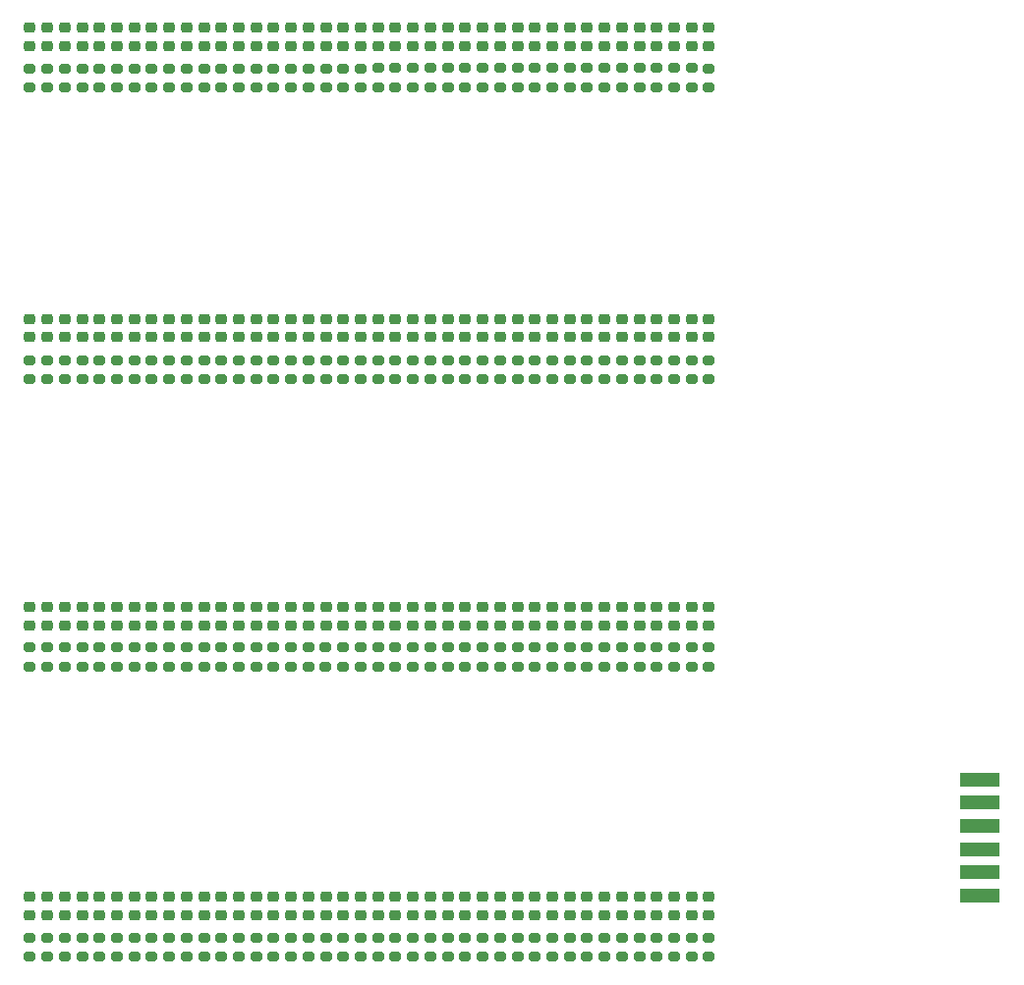
<source format=gbr>
%TF.GenerationSoftware,KiCad,Pcbnew,(6.0.5)*%
%TF.CreationDate,2022-06-09T13:10:52-04:00*%
%TF.ProjectId,32-STEPPER-DRIVER-BOARD,33322d53-5445-4505-9045-522d44524956,rev?*%
%TF.SameCoordinates,Original*%
%TF.FileFunction,Paste,Top*%
%TF.FilePolarity,Positive*%
%FSLAX46Y46*%
G04 Gerber Fmt 4.6, Leading zero omitted, Abs format (unit mm)*
G04 Created by KiCad (PCBNEW (6.0.5)) date 2022-06-09 13:10:52*
%MOMM*%
%LPD*%
G01*
G04 APERTURE LIST*
G04 Aperture macros list*
%AMRoundRect*
0 Rectangle with rounded corners*
0 $1 Rounding radius*
0 $2 $3 $4 $5 $6 $7 $8 $9 X,Y pos of 4 corners*
0 Add a 4 corners polygon primitive as box body*
4,1,4,$2,$3,$4,$5,$6,$7,$8,$9,$2,$3,0*
0 Add four circle primitives for the rounded corners*
1,1,$1+$1,$2,$3*
1,1,$1+$1,$4,$5*
1,1,$1+$1,$6,$7*
1,1,$1+$1,$8,$9*
0 Add four rect primitives between the rounded corners*
20,1,$1+$1,$2,$3,$4,$5,0*
20,1,$1+$1,$4,$5,$6,$7,0*
20,1,$1+$1,$6,$7,$8,$9,0*
20,1,$1+$1,$8,$9,$2,$3,0*%
G04 Aperture macros list end*
%ADD10RoundRect,0.218750X0.256250X-0.218750X0.256250X0.218750X-0.256250X0.218750X-0.256250X-0.218750X0*%
%ADD11RoundRect,0.200000X-0.275000X0.200000X-0.275000X-0.200000X0.275000X-0.200000X0.275000X0.200000X0*%
%ADD12R,3.500000X1.250000*%
G04 APERTURE END LIST*
D10*
%TO.C,D77*%
X74300000Y-55875000D03*
X74300000Y-54300000D03*
%TD*%
D11*
%TO.C,R146*%
X117800000Y-107652500D03*
X117800000Y-109302500D03*
%TD*%
%TO.C,R189*%
X107300000Y-107652500D03*
X107300000Y-109302500D03*
%TD*%
%TO.C,R18*%
X78800000Y-32712500D03*
X78800000Y-34362500D03*
%TD*%
%TO.C,R60*%
X93800000Y-57862500D03*
X93800000Y-59512500D03*
%TD*%
D10*
%TO.C,D153*%
X99800000Y-105715000D03*
X99800000Y-104140000D03*
%TD*%
D11*
%TO.C,R39*%
X98300000Y-32675000D03*
X98300000Y-34325000D03*
%TD*%
D10*
%TO.C,D31*%
X80300000Y-30787500D03*
X80300000Y-29212500D03*
%TD*%
D12*
%TO.C,J6*%
X145650000Y-104000000D03*
X145650000Y-102000000D03*
X145650000Y-100000000D03*
X145650000Y-98000000D03*
X145650000Y-96000000D03*
X145650000Y-94000000D03*
%TD*%
D11*
%TO.C,R93*%
X113300000Y-57862500D03*
X113300000Y-59512500D03*
%TD*%
D10*
%TO.C,D183*%
X92300000Y-105715000D03*
X92300000Y-104140000D03*
%TD*%
D11*
%TO.C,R76*%
X71300000Y-57862500D03*
X71300000Y-59512500D03*
%TD*%
%TO.C,R90*%
X107300000Y-57862500D03*
X107300000Y-59512500D03*
%TD*%
D10*
%TO.C,D150*%
X108800000Y-105715000D03*
X108800000Y-104140000D03*
%TD*%
D11*
%TO.C,R79*%
X80300000Y-57862500D03*
X80300000Y-59512500D03*
%TD*%
%TO.C,R7*%
X105800000Y-32675000D03*
X105800000Y-34325000D03*
%TD*%
D10*
%TO.C,D79*%
X80300000Y-55875000D03*
X80300000Y-54300000D03*
%TD*%
D11*
%TO.C,R55*%
X105800000Y-57862500D03*
X105800000Y-59512500D03*
%TD*%
%TO.C,R66*%
X78800000Y-57862500D03*
X78800000Y-59512500D03*
%TD*%
%TO.C,R181*%
X86300000Y-107652500D03*
X86300000Y-109302500D03*
%TD*%
D10*
%TO.C,D83*%
X89300000Y-55875000D03*
X89300000Y-54300000D03*
%TD*%
%TO.C,D30*%
X77300000Y-30787500D03*
X77300000Y-29212500D03*
%TD*%
%TO.C,D175*%
X71300000Y-105715000D03*
X71300000Y-104140000D03*
%TD*%
D11*
%TO.C,R13*%
X90800000Y-32712500D03*
X90800000Y-34362500D03*
%TD*%
%TO.C,R28*%
X71300000Y-32712500D03*
X71300000Y-34362500D03*
%TD*%
D10*
%TO.C,D18*%
X78800000Y-30787500D03*
X78800000Y-29212500D03*
%TD*%
%TO.C,D189*%
X107300000Y-105715000D03*
X107300000Y-104140000D03*
%TD*%
D11*
%TO.C,R144*%
X122300000Y-82633500D03*
X122300000Y-84283500D03*
%TD*%
%TO.C,R129*%
X83300000Y-82633500D03*
X83300000Y-84283500D03*
%TD*%
%TO.C,R131*%
X89281000Y-82633500D03*
X89281000Y-84283500D03*
%TD*%
%TO.C,R183*%
X92300000Y-107652500D03*
X92300000Y-109302500D03*
%TD*%
D10*
%TO.C,D110*%
X87800000Y-80696000D03*
X87800000Y-79121000D03*
%TD*%
%TO.C,D182*%
X89300000Y-105715000D03*
X89300000Y-104140000D03*
%TD*%
D11*
%TO.C,R75*%
X68300000Y-57862500D03*
X68300000Y-59512500D03*
%TD*%
%TO.C,R145*%
X120800000Y-107652500D03*
X120800000Y-109302500D03*
%TD*%
D10*
%TO.C,D51*%
X114800000Y-55875000D03*
X114800000Y-54300000D03*
%TD*%
D11*
%TO.C,R70*%
X66800000Y-57862500D03*
X66800000Y-59512500D03*
%TD*%
D10*
%TO.C,D56*%
X102800000Y-55875000D03*
X102800000Y-54300000D03*
%TD*%
%TO.C,D43*%
X110300000Y-30787500D03*
X110300000Y-29212500D03*
%TD*%
%TO.C,D21*%
X69800000Y-30787500D03*
X69800000Y-29212500D03*
%TD*%
%TO.C,D145*%
X120800000Y-105715000D03*
X120800000Y-104140000D03*
%TD*%
D11*
%TO.C,R158*%
X87800000Y-107652500D03*
X87800000Y-109302500D03*
%TD*%
D10*
%TO.C,D171*%
X119300000Y-105715000D03*
X119300000Y-104140000D03*
%TD*%
%TO.C,D109*%
X90800000Y-80696000D03*
X90800000Y-79121000D03*
%TD*%
%TO.C,D147*%
X114800000Y-105715000D03*
X114800000Y-104140000D03*
%TD*%
D11*
%TO.C,R141*%
X113300000Y-82633500D03*
X113300000Y-84283500D03*
%TD*%
D10*
%TO.C,D8*%
X102800000Y-30787500D03*
X102800000Y-29212500D03*
%TD*%
%TO.C,D106*%
X96800000Y-80696000D03*
X96800000Y-79121000D03*
%TD*%
%TO.C,D33*%
X83300000Y-30787500D03*
X83300000Y-29212500D03*
%TD*%
D11*
%TO.C,R40*%
X101300000Y-32675000D03*
X101300000Y-34325000D03*
%TD*%
%TO.C,R31*%
X80300000Y-32712500D03*
X80300000Y-34362500D03*
%TD*%
%TO.C,R63*%
X84800000Y-57862500D03*
X84800000Y-59512500D03*
%TD*%
D10*
%TO.C,D34*%
X86300000Y-30787500D03*
X86300000Y-29212500D03*
%TD*%
D11*
%TO.C,R116*%
X72800000Y-82633500D03*
X72800000Y-84283500D03*
%TD*%
D10*
%TO.C,D105*%
X99800000Y-80696000D03*
X99800000Y-79121000D03*
%TD*%
D11*
%TO.C,R143*%
X119300000Y-82633500D03*
X119300000Y-84283500D03*
%TD*%
%TO.C,R124*%
X71300000Y-82633500D03*
X71300000Y-84283500D03*
%TD*%
%TO.C,R57*%
X99800000Y-57862500D03*
X99800000Y-59512500D03*
%TD*%
D10*
%TO.C,D146*%
X117800000Y-105715000D03*
X117800000Y-104140000D03*
%TD*%
%TO.C,D25*%
X65300000Y-30787500D03*
X65300000Y-29212500D03*
%TD*%
%TO.C,D169*%
X65300000Y-105715000D03*
X65300000Y-104140000D03*
%TD*%
%TO.C,D58*%
X96800000Y-55875000D03*
X96800000Y-54300000D03*
%TD*%
D11*
%TO.C,R138*%
X107300000Y-82633500D03*
X107300000Y-84283500D03*
%TD*%
%TO.C,R47*%
X119300000Y-32675000D03*
X119300000Y-34325000D03*
%TD*%
%TO.C,R174*%
X68300000Y-107652500D03*
X68300000Y-109302500D03*
%TD*%
%TO.C,R2*%
X117800000Y-32675000D03*
X117800000Y-34325000D03*
%TD*%
D10*
%TO.C,D117*%
X69800000Y-80696000D03*
X69800000Y-79121000D03*
%TD*%
%TO.C,D139*%
X110300000Y-80696000D03*
X110300000Y-79121000D03*
%TD*%
D11*
%TO.C,R154*%
X96774000Y-107652500D03*
X96774000Y-109302500D03*
%TD*%
%TO.C,R36*%
X92300000Y-32712500D03*
X92300000Y-34362500D03*
%TD*%
D10*
%TO.C,D2*%
X117800000Y-30787500D03*
X117800000Y-29212500D03*
%TD*%
D11*
%TO.C,R9*%
X99800000Y-32675000D03*
X99800000Y-34325000D03*
%TD*%
D10*
%TO.C,D131*%
X89300000Y-80696000D03*
X89300000Y-79121000D03*
%TD*%
D11*
%TO.C,R132*%
X92300000Y-82633500D03*
X92300000Y-84283500D03*
%TD*%
D10*
%TO.C,D15*%
X84800000Y-30787500D03*
X84800000Y-29212500D03*
%TD*%
%TO.C,D28*%
X71300000Y-30787500D03*
X71300000Y-29212500D03*
%TD*%
%TO.C,D81*%
X83300000Y-55875000D03*
X83300000Y-54300000D03*
%TD*%
%TO.C,D14*%
X87800000Y-30787500D03*
X87800000Y-29212500D03*
%TD*%
D11*
%TO.C,R50*%
X117800000Y-57862500D03*
X117800000Y-59512500D03*
%TD*%
%TO.C,R4*%
X111800000Y-32675000D03*
X111800000Y-34325000D03*
%TD*%
D10*
%TO.C,D57*%
X99800000Y-55875000D03*
X99800000Y-54300000D03*
%TD*%
D11*
%TO.C,R83*%
X89300000Y-57862500D03*
X89300000Y-59512500D03*
%TD*%
%TO.C,R135*%
X98300000Y-82633500D03*
X98300000Y-84283500D03*
%TD*%
D10*
%TO.C,D157*%
X90800000Y-105715000D03*
X90800000Y-104140000D03*
%TD*%
D11*
%TO.C,R109*%
X90800000Y-82633500D03*
X90800000Y-84283500D03*
%TD*%
%TO.C,R111*%
X84800000Y-82633500D03*
X84800000Y-84283500D03*
%TD*%
%TO.C,R45*%
X113300000Y-32675000D03*
X113300000Y-34325000D03*
%TD*%
%TO.C,R142*%
X116300000Y-82633500D03*
X116300000Y-84283500D03*
%TD*%
D10*
%TO.C,D3*%
X114800000Y-30787500D03*
X114800000Y-29212500D03*
%TD*%
%TO.C,D96*%
X122300000Y-55875000D03*
X122300000Y-54300000D03*
%TD*%
D11*
%TO.C,R34*%
X86300000Y-32712500D03*
X86300000Y-34362500D03*
%TD*%
D10*
%TO.C,D88*%
X101300000Y-55875000D03*
X101300000Y-54300000D03*
%TD*%
D11*
%TO.C,R171*%
X119300000Y-107652500D03*
X119300000Y-109302500D03*
%TD*%
%TO.C,R157*%
X90800000Y-107652500D03*
X90800000Y-109302500D03*
%TD*%
D10*
%TO.C,D19*%
X75800000Y-30787500D03*
X75800000Y-29212500D03*
%TD*%
D11*
%TO.C,R24*%
X63800000Y-32712500D03*
X63800000Y-34362500D03*
%TD*%
D10*
%TO.C,D158*%
X87800000Y-105715000D03*
X87800000Y-104140000D03*
%TD*%
D11*
%TO.C,R21*%
X69800000Y-32712500D03*
X69800000Y-34362500D03*
%TD*%
%TO.C,R49*%
X120800000Y-57862500D03*
X120800000Y-59512500D03*
%TD*%
%TO.C,R46*%
X116300000Y-32675000D03*
X116300000Y-34325000D03*
%TD*%
%TO.C,R82*%
X86300000Y-57862500D03*
X86300000Y-59512500D03*
%TD*%
%TO.C,R91*%
X110300000Y-57862500D03*
X110300000Y-59512500D03*
%TD*%
D10*
%TO.C,D156*%
X93800000Y-105715000D03*
X93800000Y-104140000D03*
%TD*%
%TO.C,D111*%
X84800000Y-80696000D03*
X84800000Y-79121000D03*
%TD*%
%TO.C,D143*%
X119300000Y-80746000D03*
X119300000Y-79171000D03*
%TD*%
%TO.C,D172*%
X122300000Y-105715000D03*
X122300000Y-104140000D03*
%TD*%
%TO.C,D159*%
X84800000Y-105715000D03*
X84800000Y-104140000D03*
%TD*%
%TO.C,D39*%
X98300000Y-30787500D03*
X98300000Y-29212500D03*
%TD*%
%TO.C,D181*%
X86300000Y-105715000D03*
X86300000Y-104140000D03*
%TD*%
%TO.C,D141*%
X113300000Y-80746000D03*
X113300000Y-79171000D03*
%TD*%
%TO.C,D67*%
X75800000Y-55875000D03*
X75800000Y-54300000D03*
%TD*%
%TO.C,D166*%
X66800000Y-105715000D03*
X66800000Y-104140000D03*
%TD*%
D11*
%TO.C,R22*%
X66800000Y-32712500D03*
X66800000Y-34362500D03*
%TD*%
D10*
%TO.C,D164*%
X72800000Y-105715000D03*
X72800000Y-104140000D03*
%TD*%
%TO.C,D178*%
X80300000Y-105715000D03*
X80300000Y-104140000D03*
%TD*%
%TO.C,D35*%
X89300000Y-30787500D03*
X89300000Y-29212500D03*
%TD*%
%TO.C,D60*%
X93800000Y-55875000D03*
X93800000Y-54300000D03*
%TD*%
D11*
%TO.C,R190*%
X110300000Y-107652500D03*
X110300000Y-109302500D03*
%TD*%
D10*
%TO.C,D84*%
X92300000Y-55875000D03*
X92300000Y-54300000D03*
%TD*%
D11*
%TO.C,R120*%
X63800000Y-82633500D03*
X63800000Y-84283500D03*
%TD*%
%TO.C,R3*%
X114800000Y-32675000D03*
X114800000Y-34325000D03*
%TD*%
D10*
%TO.C,D85*%
X95300000Y-55875000D03*
X95300000Y-54300000D03*
%TD*%
%TO.C,D61*%
X90800000Y-55875000D03*
X90800000Y-54300000D03*
%TD*%
D11*
%TO.C,R156*%
X93800000Y-107652500D03*
X93800000Y-109302500D03*
%TD*%
D10*
%TO.C,D192*%
X113300000Y-105715000D03*
X113300000Y-104140000D03*
%TD*%
%TO.C,D47*%
X119300000Y-30787500D03*
X119300000Y-29212500D03*
%TD*%
%TO.C,D118*%
X66800000Y-80696000D03*
X66800000Y-79121000D03*
%TD*%
%TO.C,D82*%
X86300000Y-55875000D03*
X86300000Y-54300000D03*
%TD*%
D11*
%TO.C,R27*%
X68300000Y-32712500D03*
X68300000Y-34362500D03*
%TD*%
%TO.C,R164*%
X72800000Y-107652500D03*
X72800000Y-109302500D03*
%TD*%
D10*
%TO.C,D123*%
X68300000Y-80696000D03*
X68300000Y-79121000D03*
%TD*%
D11*
%TO.C,R139*%
X110300000Y-82633500D03*
X110300000Y-84283500D03*
%TD*%
%TO.C,R58*%
X96800000Y-57862500D03*
X96800000Y-59512500D03*
%TD*%
%TO.C,R106*%
X96800000Y-82633500D03*
X96800000Y-84283500D03*
%TD*%
%TO.C,R121*%
X65300000Y-82633500D03*
X65300000Y-84283500D03*
%TD*%
%TO.C,R54*%
X108800000Y-57862500D03*
X108800000Y-59512500D03*
%TD*%
%TO.C,R20*%
X72800000Y-32712500D03*
X72800000Y-34362500D03*
%TD*%
%TO.C,R166*%
X66800000Y-107652500D03*
X66800000Y-109302500D03*
%TD*%
%TO.C,R108*%
X93800000Y-82633500D03*
X93800000Y-84283500D03*
%TD*%
D10*
%TO.C,D54*%
X108800000Y-55875000D03*
X108800000Y-54300000D03*
%TD*%
D11*
%TO.C,R64*%
X81800000Y-57862500D03*
X81800000Y-59512500D03*
%TD*%
%TO.C,R29*%
X74300000Y-32712500D03*
X74300000Y-34362500D03*
%TD*%
D10*
%TO.C,D46*%
X116300000Y-30787500D03*
X116300000Y-29212500D03*
%TD*%
D11*
%TO.C,R37*%
X95300000Y-32675000D03*
X95300000Y-34325000D03*
%TD*%
D10*
%TO.C,D115*%
X75800000Y-80696000D03*
X75800000Y-79121000D03*
%TD*%
D11*
%TO.C,R69*%
X69800000Y-57862500D03*
X69800000Y-59512500D03*
%TD*%
%TO.C,R15*%
X84800000Y-32712500D03*
X84800000Y-34362500D03*
%TD*%
D10*
%TO.C,D136*%
X101300000Y-80696000D03*
X101300000Y-79121000D03*
%TD*%
%TO.C,D124*%
X71300000Y-80696000D03*
X71300000Y-79121000D03*
%TD*%
%TO.C,D10*%
X96800000Y-30787500D03*
X96800000Y-29212500D03*
%TD*%
%TO.C,D1*%
X120800000Y-30787500D03*
X120800000Y-29212500D03*
%TD*%
%TO.C,D9*%
X99800000Y-30787500D03*
X99800000Y-29212500D03*
%TD*%
D11*
%TO.C,R30*%
X77300000Y-32712500D03*
X77300000Y-34362500D03*
%TD*%
D10*
%TO.C,D162*%
X78800000Y-105715000D03*
X78800000Y-104140000D03*
%TD*%
%TO.C,D142*%
X116300000Y-80746000D03*
X116300000Y-79171000D03*
%TD*%
%TO.C,D138*%
X107300000Y-80696000D03*
X107300000Y-79121000D03*
%TD*%
%TO.C,D89*%
X104300000Y-55875000D03*
X104300000Y-54300000D03*
%TD*%
%TO.C,D125*%
X74300000Y-80696000D03*
X74300000Y-79121000D03*
%TD*%
%TO.C,D52*%
X111800000Y-55875000D03*
X111800000Y-54300000D03*
%TD*%
D11*
%TO.C,R94*%
X116300000Y-57862500D03*
X116300000Y-59512500D03*
%TD*%
D10*
%TO.C,D64*%
X81800000Y-55875000D03*
X81800000Y-54300000D03*
%TD*%
%TO.C,D41*%
X104300000Y-30787500D03*
X104300000Y-29212500D03*
%TD*%
D11*
%TO.C,R112*%
X81800000Y-82633500D03*
X81800000Y-84283500D03*
%TD*%
%TO.C,R6*%
X108800000Y-32675000D03*
X108800000Y-34325000D03*
%TD*%
%TO.C,R97*%
X120800000Y-82633500D03*
X120800000Y-84283500D03*
%TD*%
%TO.C,R51*%
X114800000Y-57862500D03*
X114800000Y-59512500D03*
%TD*%
D10*
%TO.C,D144*%
X122300000Y-80746000D03*
X122300000Y-79171000D03*
%TD*%
D11*
%TO.C,R133*%
X95300000Y-82633500D03*
X95300000Y-84283500D03*
%TD*%
%TO.C,R186*%
X98298000Y-107652500D03*
X98298000Y-109302500D03*
%TD*%
%TO.C,R172*%
X122300000Y-107652500D03*
X122300000Y-109302500D03*
%TD*%
D10*
%TO.C,D151*%
X105800000Y-105715000D03*
X105800000Y-104140000D03*
%TD*%
D11*
%TO.C,R137*%
X104300000Y-82633500D03*
X104300000Y-84283500D03*
%TD*%
D10*
%TO.C,D66*%
X78800000Y-55875000D03*
X78800000Y-54300000D03*
%TD*%
D11*
%TO.C,R14*%
X87800000Y-32712500D03*
X87800000Y-34362500D03*
%TD*%
%TO.C,R117*%
X69800000Y-82633500D03*
X69800000Y-84283500D03*
%TD*%
%TO.C,R96*%
X122300000Y-57862500D03*
X122300000Y-59512500D03*
%TD*%
D10*
%TO.C,D132*%
X92300000Y-80696000D03*
X92300000Y-79121000D03*
%TD*%
D11*
%TO.C,R73*%
X65300000Y-57862500D03*
X65300000Y-59512500D03*
%TD*%
D10*
%TO.C,D29*%
X74300000Y-30787500D03*
X74300000Y-29212500D03*
%TD*%
D11*
%TO.C,R10*%
X96800000Y-32675000D03*
X96800000Y-34325000D03*
%TD*%
%TO.C,R35*%
X89300000Y-32712500D03*
X89300000Y-34362500D03*
%TD*%
D10*
%TO.C,D177*%
X77300000Y-105715000D03*
X77300000Y-104140000D03*
%TD*%
%TO.C,D6*%
X108800000Y-30787500D03*
X108800000Y-29212500D03*
%TD*%
%TO.C,D75*%
X68300000Y-55875000D03*
X68300000Y-54300000D03*
%TD*%
D11*
%TO.C,R177*%
X77300000Y-107652500D03*
X77300000Y-109302500D03*
%TD*%
D10*
%TO.C,D16*%
X81800000Y-30787500D03*
X81800000Y-29212500D03*
%TD*%
D11*
%TO.C,R148*%
X111800000Y-107652500D03*
X111800000Y-109302500D03*
%TD*%
%TO.C,R153*%
X99800000Y-107652500D03*
X99800000Y-109302500D03*
%TD*%
D10*
%TO.C,D63*%
X84800000Y-55875000D03*
X84800000Y-54300000D03*
%TD*%
%TO.C,D165*%
X69800000Y-105715000D03*
X69800000Y-104140000D03*
%TD*%
%TO.C,D76*%
X71300000Y-55875000D03*
X71300000Y-54300000D03*
%TD*%
D11*
%TO.C,R99*%
X114800000Y-82633500D03*
X114800000Y-84283500D03*
%TD*%
%TO.C,R102*%
X108800000Y-82633500D03*
X108800000Y-84283500D03*
%TD*%
D10*
%TO.C,D72*%
X63800000Y-55875000D03*
X63800000Y-54300000D03*
%TD*%
%TO.C,D100*%
X111800000Y-80746000D03*
X111800000Y-79171000D03*
%TD*%
D11*
%TO.C,R67*%
X75800000Y-57862500D03*
X75800000Y-59512500D03*
%TD*%
%TO.C,R147*%
X114800000Y-107652500D03*
X114800000Y-109302500D03*
%TD*%
%TO.C,R176*%
X74300000Y-107652500D03*
X74300000Y-109302500D03*
%TD*%
D10*
%TO.C,D7*%
X105800000Y-30787500D03*
X105800000Y-29212500D03*
%TD*%
D11*
%TO.C,R184*%
X95300000Y-107652500D03*
X95300000Y-109302500D03*
%TD*%
D10*
%TO.C,D129*%
X83300000Y-80696000D03*
X83300000Y-79121000D03*
%TD*%
%TO.C,D45*%
X113300000Y-30787500D03*
X113300000Y-29212500D03*
%TD*%
%TO.C,D187*%
X101300000Y-105715000D03*
X101300000Y-104140000D03*
%TD*%
%TO.C,D95*%
X119300000Y-55875000D03*
X119300000Y-54300000D03*
%TD*%
%TO.C,D36*%
X92300000Y-30787500D03*
X92300000Y-29212500D03*
%TD*%
%TO.C,D98*%
X117800000Y-80746000D03*
X117800000Y-79171000D03*
%TD*%
%TO.C,D102*%
X108800000Y-80696000D03*
X108800000Y-79121000D03*
%TD*%
D11*
%TO.C,R163*%
X75800000Y-107652500D03*
X75800000Y-109302500D03*
%TD*%
%TO.C,R118*%
X66800000Y-82633500D03*
X66800000Y-84283500D03*
%TD*%
%TO.C,R61*%
X90800000Y-57862500D03*
X90800000Y-59512500D03*
%TD*%
D10*
%TO.C,D114*%
X78800000Y-80696000D03*
X78800000Y-79121000D03*
%TD*%
D11*
%TO.C,R87*%
X98300000Y-57862500D03*
X98300000Y-59512500D03*
%TD*%
D10*
%TO.C,D112*%
X81800000Y-80696000D03*
X81800000Y-79121000D03*
%TD*%
D11*
%TO.C,R162*%
X78800000Y-107652500D03*
X78800000Y-109302500D03*
%TD*%
D10*
%TO.C,D62*%
X87800000Y-55875000D03*
X87800000Y-54300000D03*
%TD*%
D11*
%TO.C,R1*%
X120800000Y-32675000D03*
X120800000Y-34325000D03*
%TD*%
D10*
%TO.C,D22*%
X66800000Y-30787500D03*
X66800000Y-29212500D03*
%TD*%
%TO.C,D130*%
X86300000Y-80696000D03*
X86300000Y-79121000D03*
%TD*%
%TO.C,D20*%
X72800000Y-30787500D03*
X72800000Y-29212500D03*
%TD*%
%TO.C,D87*%
X98300000Y-55875000D03*
X98300000Y-54300000D03*
%TD*%
D11*
%TO.C,R62*%
X87800000Y-57862500D03*
X87800000Y-59512500D03*
%TD*%
D10*
%TO.C,D108*%
X93800000Y-80696000D03*
X93800000Y-79121000D03*
%TD*%
%TO.C,D68*%
X72800000Y-55875000D03*
X72800000Y-54300000D03*
%TD*%
%TO.C,D137*%
X104300000Y-80696000D03*
X104300000Y-79121000D03*
%TD*%
%TO.C,D186*%
X98300000Y-105715000D03*
X98300000Y-104140000D03*
%TD*%
D11*
%TO.C,R84*%
X92300000Y-57862500D03*
X92300000Y-59512500D03*
%TD*%
D10*
%TO.C,D4*%
X111800000Y-30787500D03*
X111800000Y-29212500D03*
%TD*%
D11*
%TO.C,R81*%
X83300000Y-57862500D03*
X83300000Y-59512500D03*
%TD*%
%TO.C,R19*%
X75800000Y-32712500D03*
X75800000Y-34362500D03*
%TD*%
%TO.C,R12*%
X93800000Y-32675000D03*
X93800000Y-34325000D03*
%TD*%
%TO.C,R88*%
X101300000Y-57862500D03*
X101300000Y-59512500D03*
%TD*%
%TO.C,R72*%
X63800000Y-57862500D03*
X63800000Y-59512500D03*
%TD*%
%TO.C,R168*%
X63800000Y-107652500D03*
X63800000Y-109302500D03*
%TD*%
D10*
%TO.C,D73*%
X65300000Y-55875000D03*
X65300000Y-54300000D03*
%TD*%
%TO.C,D97*%
X120800000Y-80746000D03*
X120800000Y-79171000D03*
%TD*%
D11*
%TO.C,R182*%
X89300000Y-107652500D03*
X89300000Y-109302500D03*
%TD*%
D10*
%TO.C,D176*%
X74300000Y-105715000D03*
X74300000Y-104140000D03*
%TD*%
D11*
%TO.C,R42*%
X107300000Y-32675000D03*
X107300000Y-34325000D03*
%TD*%
D10*
%TO.C,D168*%
X63800000Y-105715000D03*
X63800000Y-104140000D03*
%TD*%
%TO.C,D152*%
X102800000Y-105715000D03*
X102800000Y-104140000D03*
%TD*%
%TO.C,D12*%
X93800000Y-30787500D03*
X93800000Y-29212500D03*
%TD*%
D11*
%TO.C,R48*%
X122300000Y-32712500D03*
X122300000Y-34362500D03*
%TD*%
%TO.C,R98*%
X117800000Y-82633500D03*
X117800000Y-84283500D03*
%TD*%
%TO.C,R187*%
X101300000Y-107652500D03*
X101300000Y-109302500D03*
%TD*%
%TO.C,R130*%
X86300000Y-82633500D03*
X86300000Y-84283500D03*
%TD*%
D10*
%TO.C,D126*%
X77300000Y-80696000D03*
X77300000Y-79121000D03*
%TD*%
D11*
%TO.C,R126*%
X77300000Y-82633500D03*
X77300000Y-84283500D03*
%TD*%
%TO.C,R160*%
X81800000Y-107652500D03*
X81800000Y-109302500D03*
%TD*%
%TO.C,R125*%
X74300000Y-82633500D03*
X74300000Y-84283500D03*
%TD*%
%TO.C,R77*%
X74300000Y-57862500D03*
X74300000Y-59512500D03*
%TD*%
%TO.C,R33*%
X83300000Y-32712500D03*
X83300000Y-34362500D03*
%TD*%
%TO.C,R8*%
X102800000Y-32675000D03*
X102800000Y-34325000D03*
%TD*%
D10*
%TO.C,D70*%
X66800000Y-55875000D03*
X66800000Y-54300000D03*
%TD*%
D11*
%TO.C,R103*%
X105800000Y-82633500D03*
X105800000Y-84283500D03*
%TD*%
%TO.C,R16*%
X81800000Y-32712500D03*
X81800000Y-34362500D03*
%TD*%
D10*
%TO.C,D42*%
X107300000Y-30787500D03*
X107300000Y-29212500D03*
%TD*%
%TO.C,D120*%
X63800000Y-80696000D03*
X63800000Y-79121000D03*
%TD*%
D11*
%TO.C,R188*%
X104300000Y-107652500D03*
X104300000Y-109302500D03*
%TD*%
%TO.C,R105*%
X99800000Y-82633500D03*
X99800000Y-84283500D03*
%TD*%
%TO.C,R127*%
X80300000Y-82633500D03*
X80300000Y-84283500D03*
%TD*%
D10*
%TO.C,D13*%
X90800000Y-30787500D03*
X90800000Y-29212500D03*
%TD*%
D11*
%TO.C,R150*%
X108800000Y-107652500D03*
X108800000Y-109302500D03*
%TD*%
%TO.C,R114*%
X78800000Y-82633500D03*
X78800000Y-84283500D03*
%TD*%
%TO.C,R152*%
X102800000Y-107652500D03*
X102800000Y-109302500D03*
%TD*%
D10*
%TO.C,D49*%
X120800000Y-55875000D03*
X120800000Y-54300000D03*
%TD*%
D11*
%TO.C,R169*%
X65300000Y-107652500D03*
X65300000Y-109302500D03*
%TD*%
D10*
%TO.C,D99*%
X114800000Y-80746000D03*
X114800000Y-79171000D03*
%TD*%
%TO.C,D69*%
X69800000Y-55875000D03*
X69800000Y-54300000D03*
%TD*%
D11*
%TO.C,R100*%
X111800000Y-82633500D03*
X111800000Y-84283500D03*
%TD*%
D10*
%TO.C,D133*%
X95300000Y-80696000D03*
X95300000Y-79121000D03*
%TD*%
%TO.C,D148*%
X111800000Y-105715000D03*
X111800000Y-104140000D03*
%TD*%
%TO.C,D135*%
X98300000Y-80696000D03*
X98300000Y-79121000D03*
%TD*%
D11*
%TO.C,R115*%
X75800000Y-82633500D03*
X75800000Y-84283500D03*
%TD*%
D10*
%TO.C,D163*%
X75800000Y-105715000D03*
X75800000Y-104140000D03*
%TD*%
D11*
%TO.C,R52*%
X111800000Y-57862500D03*
X111800000Y-59512500D03*
%TD*%
%TO.C,R170*%
X116300000Y-107652500D03*
X116300000Y-109302500D03*
%TD*%
%TO.C,R95*%
X119300000Y-57862500D03*
X119300000Y-59512500D03*
%TD*%
%TO.C,R165*%
X69773800Y-107652500D03*
X69773800Y-109302500D03*
%TD*%
%TO.C,R85*%
X95300000Y-57862500D03*
X95300000Y-59512500D03*
%TD*%
D10*
%TO.C,D78*%
X77300000Y-55875000D03*
X77300000Y-54300000D03*
%TD*%
D11*
%TO.C,R104*%
X102800000Y-82633500D03*
X102800000Y-84283500D03*
%TD*%
%TO.C,R41*%
X104300000Y-32675000D03*
X104300000Y-34325000D03*
%TD*%
%TO.C,R43*%
X110300000Y-32675000D03*
X110300000Y-34325000D03*
%TD*%
D10*
%TO.C,D154*%
X96800000Y-105715000D03*
X96800000Y-104140000D03*
%TD*%
%TO.C,D48*%
X122300000Y-30787500D03*
X122300000Y-29212500D03*
%TD*%
%TO.C,D121*%
X65300000Y-80696000D03*
X65300000Y-79121000D03*
%TD*%
D11*
%TO.C,R89*%
X104300000Y-57862500D03*
X104300000Y-59512500D03*
%TD*%
D10*
%TO.C,D188*%
X104300000Y-105715000D03*
X104300000Y-104140000D03*
%TD*%
%TO.C,D24*%
X63800000Y-30787500D03*
X63800000Y-29212500D03*
%TD*%
D11*
%TO.C,R136*%
X101300000Y-82633500D03*
X101300000Y-84283500D03*
%TD*%
D10*
%TO.C,D55*%
X105800000Y-55875000D03*
X105800000Y-54300000D03*
%TD*%
%TO.C,D103*%
X105800000Y-80696000D03*
X105800000Y-79121000D03*
%TD*%
%TO.C,D127*%
X80300000Y-80696000D03*
X80300000Y-79121000D03*
%TD*%
%TO.C,D116*%
X72800000Y-80696000D03*
X72800000Y-79121000D03*
%TD*%
D11*
%TO.C,R151*%
X105800000Y-107652500D03*
X105800000Y-109302500D03*
%TD*%
D10*
%TO.C,D180*%
X83300000Y-105715000D03*
X83300000Y-104140000D03*
%TD*%
%TO.C,D190*%
X110300000Y-105715000D03*
X110300000Y-104140000D03*
%TD*%
%TO.C,D40*%
X101300000Y-30787500D03*
X101300000Y-29212500D03*
%TD*%
D11*
%TO.C,R178*%
X80300000Y-107652500D03*
X80300000Y-109302500D03*
%TD*%
%TO.C,R68*%
X72800000Y-57862500D03*
X72800000Y-59512500D03*
%TD*%
D10*
%TO.C,D104*%
X102800000Y-80696000D03*
X102800000Y-79121000D03*
%TD*%
%TO.C,D37*%
X95300000Y-30787500D03*
X95300000Y-29212500D03*
%TD*%
%TO.C,D50*%
X117800000Y-55875000D03*
X117800000Y-54300000D03*
%TD*%
D11*
%TO.C,R110*%
X87800000Y-82633500D03*
X87800000Y-84283500D03*
%TD*%
%TO.C,R175*%
X71297800Y-107652500D03*
X71297800Y-109302500D03*
%TD*%
D10*
%TO.C,D94*%
X116300000Y-55875000D03*
X116300000Y-54300000D03*
%TD*%
%TO.C,D27*%
X68300000Y-30787500D03*
X68300000Y-29212500D03*
%TD*%
D11*
%TO.C,R25*%
X65300000Y-32712500D03*
X65300000Y-34362500D03*
%TD*%
%TO.C,R180*%
X83300000Y-107652500D03*
X83300000Y-109302500D03*
%TD*%
%TO.C,R123*%
X68300000Y-82633500D03*
X68300000Y-84283500D03*
%TD*%
D10*
%TO.C,D170*%
X116300000Y-105715000D03*
X116300000Y-104140000D03*
%TD*%
D11*
%TO.C,R78*%
X77300000Y-57862500D03*
X77300000Y-59512500D03*
%TD*%
D10*
%TO.C,D184*%
X95300000Y-105715000D03*
X95300000Y-104140000D03*
%TD*%
%TO.C,D90*%
X107300000Y-55875000D03*
X107300000Y-54300000D03*
%TD*%
%TO.C,D91*%
X110300000Y-55875000D03*
X110300000Y-54300000D03*
%TD*%
D11*
%TO.C,R56*%
X102800000Y-57862500D03*
X102800000Y-59512500D03*
%TD*%
%TO.C,R159*%
X84800000Y-107652500D03*
X84800000Y-109302500D03*
%TD*%
%TO.C,R192*%
X113300000Y-107652500D03*
X113300000Y-109302500D03*
%TD*%
D10*
%TO.C,D160*%
X81800000Y-105715000D03*
X81800000Y-104140000D03*
%TD*%
%TO.C,D93*%
X113300000Y-55875000D03*
X113300000Y-54300000D03*
%TD*%
%TO.C,D174*%
X68300000Y-105715000D03*
X68300000Y-104140000D03*
%TD*%
M02*

</source>
